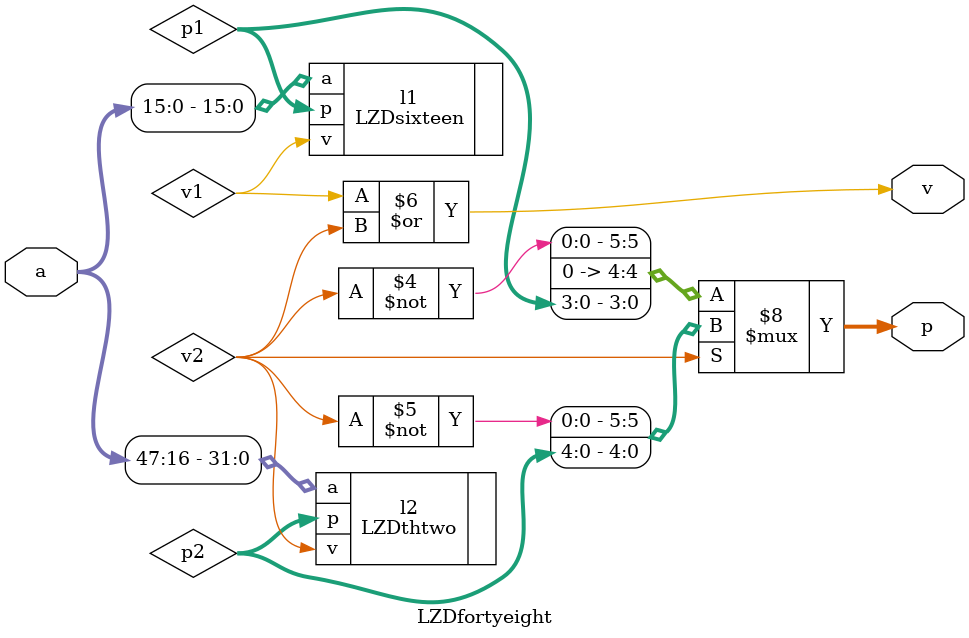
<source format=v>
`timescale 1ns / 1ps


module LZDfortyeight(
    input [47:0] a,
    output reg [5:0] p,
    output reg v
    );
    
    wire [4:0] p2;
    wire [3:0] p1;
                                                                                                                                                                                                               
   wire v2,v1;
            
            
            LZDthtwo l2(
            .a(a[47:16]),
            .p(p2),
            .v(v2)
            );
            
            LZDsixteen l1(
              .a(a[15:0]),
              .p(p1),
              .v(v1)
            );
            
             always@(a,p1,v1,p2,v2) begin
                            v= v1 | v2;
                             if (v2==0)begin
                              p= {{~v2}, {1'b0,{p1}}};
                              end
                              else begin
                             p= {{~v2}, {p2}};
                              end
                   v <= v1 | v2;
                   end
endmodule

</source>
